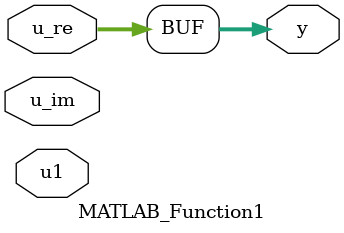
<source format=v>



`timescale 1 ns / 1 ns

module MATLAB_Function1
          (u_re,
           u_im,
           u1,
           y);


  input   signed [31:0] u_re;  // sfix32_En21
  input   signed [31:0] u_im;  // sfix32_En21
  input   signed [23:0] u1;  // sfix24_En13
  output  signed [31:0] y;  // sfix32_En21




  assign y = u_re;

endmodule  // MATLAB_Function1


</source>
